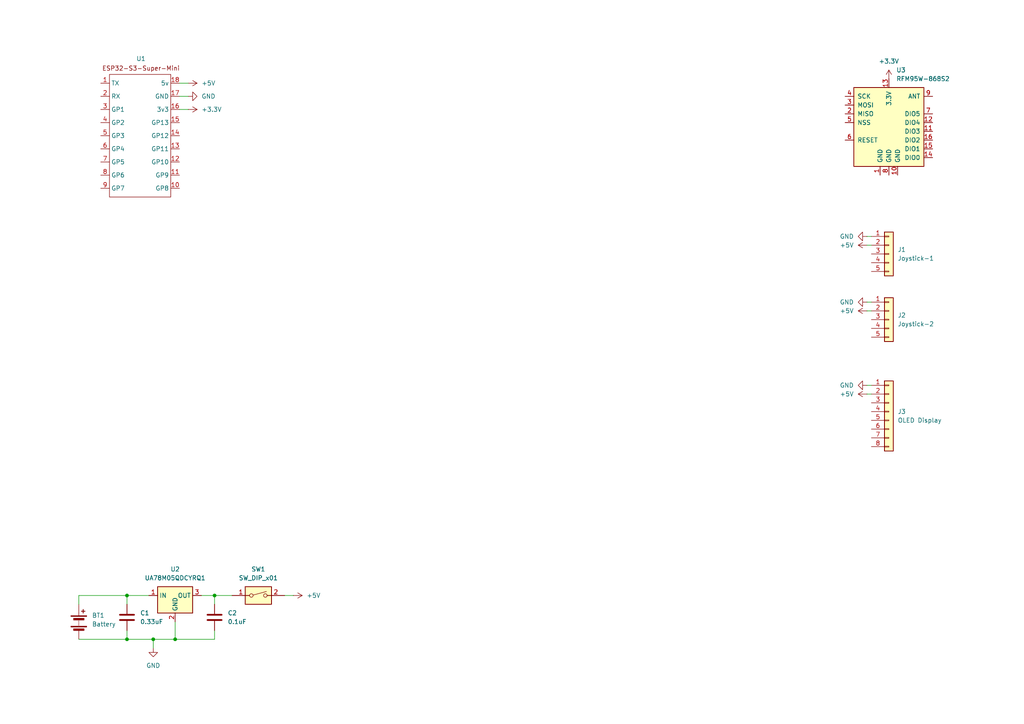
<source format=kicad_sch>
(kicad_sch (version 20250114) (generator "eeschema") (generator_version "9.0")
  (paper "A4")
  (lib_symbols
    (symbol "Connector_Generic:Conn_01x05" (pin_names (offset 1.016) (hide yes))
      (property "Reference" "J" (at 0 7.62 0))
      (property "Value" "Conn_01x05" (at 0 -7.62 0))
      (symbol "Conn_01x05_1_1"
        (rectangle (start -1.27 6.35) (end 1.27 -6.35) (stroke (width 0.254)) (fill (type background)))
        (rectangle (start -1.27 5.207) (end 0 4.953) (stroke (width 0.1524)))
        (rectangle (start -1.27 2.667) (end 0 2.413) (stroke (width 0.1524)))
        (rectangle (start -1.27 0.127) (end 0 -0.127) (stroke (width 0.1524)))
        (rectangle (start -1.27 -2.413) (end 0 -2.667) (stroke (width 0.1524)))
        (rectangle (start -1.27 -4.953) (end 0 -5.207) (stroke (width 0.1524)))
        (pin passive line (at -5.08 5.08 0) (length 3.81) (name "Pin_1") (number "1"))
        (pin passive line (at -5.08 2.54 0) (length 3.81) (name "Pin_2") (number "2"))
        (pin passive line (at -5.08 0 0) (length 3.81) (name "Pin_3") (number "3"))
        (pin passive line (at -5.08 -2.54 0) (length 3.81) (name "Pin_4") (number "4"))
        (pin passive line (at -5.08 -5.08 0) (length 3.81) (name "Pin_5") (number "5"))
      )
    )
    (symbol "Connector_Generic:Conn_01x08" (pin_names (offset 1.016) (hide yes))
      (property "Reference" "J" (at 0 10.16 0))
      (property "Value" "Conn_01x08" (at 0 -12.7 0))
      (symbol "Conn_01x08_1_1"
        (rectangle (start -1.27 8.89) (end 1.27 -11.43) (stroke (width 0.254)) (fill (type background)))
        (rectangle (start -1.27 7.747) (end 0 7.493) (stroke (width 0.1524)))
        (rectangle (start -1.27 5.207) (end 0 4.953) (stroke (width 0.1524)))
        (rectangle (start -1.27 2.667) (end 0 2.413) (stroke (width 0.1524)))
        (rectangle (start -1.27 0.127) (end 0 -0.127) (stroke (width 0.1524)))
        (rectangle (start -1.27 -2.413) (end 0 -2.667) (stroke (width 0.1524)))
        (rectangle (start -1.27 -4.953) (end 0 -5.207) (stroke (width 0.1524)))
        (rectangle (start -1.27 -7.493) (end 0 -7.747) (stroke (width 0.1524)))
        (rectangle (start -1.27 -10.033) (end 0 -10.287) (stroke (width 0.1524)))
        (pin passive line (at -5.08 7.62 0) (length 3.81) (name "Pin_1") (number "1"))
        (pin passive line (at -5.08 5.08 0) (length 3.81) (name "Pin_2") (number "2"))
        (pin passive line (at -5.08 2.54 0) (length 3.81) (name "Pin_3") (number "3"))
        (pin passive line (at -5.08 0 0) (length 3.81) (name "Pin_4") (number "4"))
        (pin passive line (at -5.08 -2.54 0) (length 3.81) (name "Pin_5") (number "5"))
        (pin passive line (at -5.08 -5.08 0) (length 3.81) (name "Pin_6") (number "6"))
        (pin passive line (at -5.08 -7.62 0) (length 3.81) (name "Pin_7") (number "7"))
        (pin passive line (at -5.08 -10.16 0) (length 3.81) (name "Pin_8") (number "8"))
      )
    )
    (symbol "Device:Battery" (pin_numbers (hide yes)) (pin_names (offset 0) (hide yes))
      (property "Reference" "BT" (at 2.54 2.54 0))
      (property "Value" "Battery" (at 2.54 0 0))
      (symbol "Battery_0_1"
        (rectangle (start -2.286 1.778) (end 2.286 1.524) (fill (type outline)))
        (rectangle (start -2.286 -1.27) (end 2.286 -1.524) (fill (type outline)))
        (rectangle (start -1.524 1.016) (end 1.524 0.508) (fill (type outline)))
        (rectangle (start -1.524 -2.032) (end 1.524 -2.54) (fill (type outline)))
        (polyline (pts (xy 0 1.778) (xy 0 2.54)))
        (polyline (pts (xy 0 0) (xy 0 0.254)))
        (polyline (pts (xy 0 -0.508) (xy 0 -0.254)))
        (polyline (pts (xy 0 -1.016) (xy 0 -0.762)))
        (polyline (pts (xy 0.762 3.048) (xy 1.778 3.048)) (stroke (width 0.254)))
        (polyline (pts (xy 1.27 3.556) (xy 1.27 2.54)) (stroke (width 0.254)))
      )
      (symbol "Battery_1_1"
        (pin passive line (at 0 5.08 270) (length 2.54) (name "+") (number "1"))
        (pin passive line (at 0 -5.08 90) (length 2.54) (name "-") (number "2"))
      )
    )
    (symbol "Device:C" (pin_numbers (hide yes)) (pin_names (offset 0.254))
      (property "Reference" "C" (at 0.635 2.54 0))
      (property "Value" "C" (at 0.635 -2.54 0))
      (symbol "C_0_1"
        (polyline (pts (xy -2.032 0.762) (xy 2.032 0.762)) (stroke (width 0.508)))
        (polyline (pts (xy -2.032 -0.762) (xy 2.032 -0.762)) (stroke (width 0.508)))
      )
      (symbol "C_1_1"
        (pin passive line (at 0 3.81 270) (length 2.794) (name "~") (number "1"))
        (pin passive line (at 0 -3.81 90) (length 2.794) (name "~") (number "2"))
      )
    )
    (symbol "RF_Module:RFM95W-868S2" (pin_names (offset 1.016))
      (property "Reference" "U" (at -10.414 11.684 0))
      (property "Value" "RFM95W-868S2" (at 1.524 11.43 0))
      (symbol "RFM95W-868S2_0_1"
        (rectangle (start -10.16 10.16) (end 10.16 -12.7) (stroke (width 0.254)) (fill (type background)))
      )
      (symbol "RFM95W-868S2_1_1"
        (pin input line (at -12.7 7.62 0) (length 2.54) (name "SCK") (number "4"))
        (pin input line (at -12.7 5.08 0) (length 2.54) (name "MOSI") (number "3"))
        (pin output line (at -12.7 2.54 0) (length 2.54) (name "MISO") (number "2"))
        (pin input line (at -12.7 0 0) (length 2.54) (name "NSS") (number "5"))
        (pin bidirectional line (at -12.7 -5.08 0) (length 2.54) (name "RESET") (number "6"))
        (pin power_in line (at -2.54 -15.24 90) (length 2.54) (name "GND") (number "1"))
        (pin power_in line (at 0 12.7 270) (length 2.54) (name "3.3V") (number "13"))
        (pin power_in line (at 0 -15.24 90) (length 2.54) (name "GND") (number "8"))
        (pin power_in line (at 2.54 -15.24 90) (length 2.54) (name "GND") (number "10"))
        (pin bidirectional line (at 12.7 7.62 180) (length 2.54) (name "ANT") (number "9"))
        (pin bidirectional line (at 12.7 2.54 180) (length 2.54) (name "DIO5") (number "7"))
        (pin bidirectional line (at 12.7 0 180) (length 2.54) (name "DIO4") (number "12"))
        (pin bidirectional line (at 12.7 -2.54 180) (length 2.54) (name "DIO3") (number "11"))
        (pin bidirectional line (at 12.7 -5.08 180) (length 2.54) (name "DIO2") (number "16"))
        (pin bidirectional line (at 12.7 -7.62 180) (length 2.54) (name "DIO1") (number "15"))
        (pin bidirectional line (at 12.7 -10.16 180) (length 2.54) (name "DIO0") (number "14"))
      )
    )
    (symbol "Regulator_Linear:UA78M05QDCYRQ1"
      (property "Reference" "U" (at -3.81 3.81 0))
      (property "Value" "UA78M05QDCYRQ1" (at 0 3.81 0))
      (symbol "UA78M05QDCYRQ1_0_1"
        (rectangle (start -5.08 2.54) (end 5.08 -5.08) (stroke (width 0.254)) (fill (type background)))
      )
      (symbol "UA78M05QDCYRQ1_1_1"
        (pin power_in line (at -7.62 0 0) (length 2.54) (name "IN") (number "1"))
        (pin power_in line (at 0 -7.62 90) (length 2.54) (name "GND") (number "2"))
        (pin power_out line (at 7.62 0 180) (length 2.54) (name "OUT") (number "3"))
      )
    )
    (symbol "Switch:SW_DIP_x01" (pin_names (offset 0) (hide yes))
      (property "Reference" "SW" (at 0 3.81 0))
      (property "Value" "SW_DIP_x01" (at 0 -3.81 0))
      (symbol "SW_DIP_x01_0_0"
        (circle (center -2.032 0) (radius 0.508))
        (polyline (pts (xy -1.524 0.127) (xy 2.3622 1.1684)))
        (circle (center 2.032 0) (radius 0.508))
      )
      (symbol "SW_DIP_x01_0_1"
        (rectangle (start -3.81 2.54) (end 3.81 -2.54) (stroke (width 0.254)) (fill (type background)))
      )
      (symbol "SW_DIP_x01_1_1"
        (pin passive line (at -7.62 0 0) (length 5.08) (name "~") (number "1"))
        (pin passive line (at 7.62 0 180) (length 5.08) (name "~") (number "2"))
      )
    )
    (symbol "controller-library:ESP32-S3-Super-Mini"
      (property "Reference" "U" (at 0 0 0))
      (symbol "ESP32-S3-Super-Mini_0_1"
        (rectangle (start -8.89 -3.81) (end 8.89 -39.37))
      )
      (symbol "ESP32-S3-Super-Mini_1_1"
        (text "ESP32-S3-Super-Mini\n" (at 0.254 -2.032 0) (effects (font (size 1.27 1.27))))
        (pin output line (at -11.43 -6.35 0) (length 2.54) (name "TX") (number "1"))
        (pin input line (at -11.43 -10.16 0) (length 2.54) (name "RX") (number "2"))
        (pin bidirectional line (at -11.43 -13.97 0) (length 2.54) (name "GP1") (number "3"))
        (pin bidirectional line (at -11.43 -17.78 0) (length 2.54) (name "GP2") (number "4"))
        (pin bidirectional line (at -11.43 -21.59 0) (length 2.54) (name "GP3") (number "5"))
        (pin bidirectional line (at -11.43 -25.4 0) (length 2.54) (name "GP4") (number "6"))
        (pin bidirectional line (at -11.43 -29.21 0) (length 2.54) (name "GP5") (number "7"))
        (pin bidirectional line (at -11.43 -33.02 0) (length 2.54) (name "GP6") (number "8"))
        (pin bidirectional line (at -11.43 -36.83 0) (length 2.54) (name "GP7") (number "9"))
        (pin input line (at 11.43 -6.35 180) (length 2.54) (name "5v") (number "18"))
        (pin bidirectional line (at 11.43 -10.16 180) (length 2.54) (name "GND") (number "17"))
        (pin output line (at 11.43 -13.97 180) (length 2.54) (name "3v3") (number "16"))
        (pin bidirectional line (at 11.43 -17.78 180) (length 2.54) (name "GP13") (number "15"))
        (pin bidirectional line (at 11.43 -21.59 180) (length 2.54) (name "GP12") (number "14"))
        (pin bidirectional line (at 11.43 -25.4 180) (length 2.54) (name "GP11") (number "13"))
        (pin bidirectional line (at 11.43 -29.21 180) (length 2.54) (name "GP10") (number "12"))
        (pin bidirectional line (at 11.43 -33.02 180) (length 2.54) (name "GP9") (number "11"))
        (pin bidirectional line (at 11.43 -36.83 180) (length 2.54) (name "GP8") (number "10"))
      )
    )
    (symbol "power:+3.3V" (power) (pin_numbers (hide yes)) (pin_names (offset 0) (hide yes))
      (property "Value" "+3.3V" (at 0 3.556 0))
      (symbol "+3.3V_0_1"
        (polyline (pts (xy -0.762 1.27) (xy 0 2.54)))
        (polyline (pts (xy 0 2.54) (xy 0.762 1.27)))
        (polyline (pts (xy 0 0) (xy 0 2.54)))
      )
      (symbol "+3.3V_1_1"
        (pin power_in line (at 0 0 90) (length 0) (name "~") (number "1"))
      )
    )
    (symbol "power:+5V" (power) (pin_numbers (hide yes)) (pin_names (offset 0) (hide yes))
      (property "Value" "+5V" (at 0 3.556 0))
      (symbol "+5V_0_1"
        (polyline (pts (xy -0.762 1.27) (xy 0 2.54)))
        (polyline (pts (xy 0 2.54) (xy 0.762 1.27)))
        (polyline (pts (xy 0 0) (xy 0 2.54)))
      )
      (symbol "+5V_1_1"
        (pin power_in line (at 0 0 90) (length 0) (name "~") (number "1"))
      )
    )
    (symbol "power:GND" (power) (pin_numbers (hide yes)) (pin_names (offset 0) (hide yes))
      (property "Value" "GND" (at 0 -3.81 0))
      (symbol "GND_0_1"
        (polyline (pts (xy 0 0) (xy 0 -1.27) (xy 1.27 -1.27) (xy 0 -2.54) (xy -1.27 -1.27) (xy 0 -1.27)))
      )
      (symbol "GND_1_1"
        (pin power_in line (at 0 0 270) (length 0) (name "~") (number "1"))
      )
    )
  )
  (junction (at 36.83 185.42))
  (junction (at 62.23 172.72))
  (junction (at 44.45 185.42))
  (junction (at 36.83 172.72))
  (junction (at 50.8 185.42))
  (wire (pts (xy 36.83 185.42) (xy 44.45 185.42)))
  (wire (pts (xy 251.46 114.3) (xy 252.73 114.3)))
  (wire (pts (xy 85.09 172.72) (xy 82.55 172.72)))
  (wire (pts (xy 251.46 87.63) (xy 252.73 87.63)))
  (wire (pts (xy 22.86 172.72) (xy 36.83 172.72)))
  (wire (pts (xy 22.86 185.42) (xy 36.83 185.42)))
  (wire (pts (xy 251.46 68.58) (xy 252.73 68.58)))
  (wire (pts (xy 36.83 172.72) (xy 36.83 175.26)))
  (wire (pts (xy 44.45 187.96) (xy 44.45 185.42)))
  (wire (pts (xy 36.83 182.88) (xy 36.83 185.42)))
  (wire (pts (xy 62.23 185.42) (xy 62.23 182.88)))
  (wire (pts (xy 50.8 180.34) (xy 50.8 185.42)))
  (wire (pts (xy 36.83 172.72) (xy 43.18 172.72)))
  (wire (pts (xy 62.23 172.72) (xy 67.31 172.72)))
  (wire (pts (xy 52.07 24.13) (xy 54.61 24.13)))
  (wire (pts (xy 251.46 90.17) (xy 252.73 90.17)))
  (wire (pts (xy 52.07 27.94) (xy 54.61 27.94)))
  (wire (pts (xy 251.46 71.12) (xy 252.73 71.12)))
  (wire (pts (xy 58.42 172.72) (xy 62.23 172.72)))
  (wire (pts (xy 251.46 111.76) (xy 252.73 111.76)))
  (wire (pts (xy 44.45 185.42) (xy 50.8 185.42)))
  (wire (pts (xy 22.86 175.26) (xy 22.86 172.72)))
  (wire (pts (xy 52.07 31.75) (xy 54.61 31.75)))
  (wire (pts (xy 50.8 185.42) (xy 62.23 185.42)))
  (wire (pts (xy 62.23 172.72) (xy 62.23 175.26)))
  (symbol (lib_id "power:GND") (at 251.46 68.58 270) (unit 1)
    (property "Reference" "#PWR09" (effects (hide yes)))
    (property "Value" "GND" (at 247.65 68.5799 90) (effects (justify right)))
    (property "Description" "Power symbol creates a global label with name \"GND\" , ground" (effects (hide yes)))
  )
  (symbol (lib_id "controller-library:ESP32-S3-Super-Mini") (at 40.64 17.78 0) (unit 1)
    (property "Reference" "U1" (at 40.894 17.018 0))
  )
  (symbol (lib_id "power:GND") (at 251.46 111.76 270) (unit 1)
    (property "Reference" "#PWR011" (effects (hide yes)))
    (property "Value" "GND" (at 247.65 111.7599 90) (effects (justify right)))
    (property "Description" "Power symbol creates a global label with name \"GND\" , ground" (effects (hide yes)))
  )
  (symbol (lib_id "Connector_Generic:Conn_01x08") (at 257.81 119.38 0) (unit 1)
    (property "Reference" "J3" (at 260.35 119.3799 0) (effects (justify left)))
    (property "Value" "OLED Display" (at 260.35 121.9199 0) (effects (justify left)))
    (property "Description" "Generic connector, single row, 01x08, script generated (kicad-library-utils/schlib/autogen/connector/)" (effects (hide yes)))
  )
  (symbol (lib_id "Device:Battery") (at 22.86 180.34 0) (unit 1)
    (property "Reference" "BT1" (at 26.67 178.4984 0) (effects (justify left)))
    (property "Value" "Battery" (at 26.67 181.0384 0) (effects (justify left)))
    (property "Description" "Multiple-cell battery" (effects (hide yes)))
    (property "Sim.Device" "V" (effects (hide yes)))
    (property "Sim.Type" "DC" (effects (hide yes)))
    (property "Sim.Pins" "1=+ 2=-" (effects (hide yes)))
  )
  (symbol (lib_id "power:+5V") (at 251.46 114.3 90) (unit 1)
    (property "Reference" "#PWR012" (effects (hide yes)))
    (property "Value" "+5V" (at 247.65 114.2999 90) (effects (justify left)))
    (property "Description" "Power symbol creates a global label with name \"+5V\"" (effects (hide yes)))
  )
  (symbol (lib_id "power:GND") (at 44.45 187.96 0) (unit 1)
    (property "Reference" "#PWR01" (effects (hide yes)))
    (property "Value" "GND" (at 44.45 193.04 0))
    (property "Description" "Power symbol creates a global label with name \"GND\" , ground" (effects (hide yes)))
  )
  (symbol (lib_id "Regulator_Linear:UA78M05QDCYRQ1") (at 50.8 172.72 0) (unit 1)
    (property "Reference" "U2" (at 50.8 165.1 0))
    (property "Value" "UA78M05QDCYRQ1" (at 50.8 167.64 0))
    (property "Footprint" "Package_TO_SOT_SMD:SOT-223-3_TabPin2" (effects (hide yes)))
    (property "Datasheet" "https://www.ti.com/lit/gpn/UA78M-Q1" (effects (hide yes)))
    (property "Description" "Positive 500mA 25V Linear Regulator, Fixed Output 5V, SOT-223" (effects (hide yes)))
  )
  (symbol (lib_id "Device:C") (at 36.83 179.07 0) (unit 1)
    (property "Reference" "C1" (at 40.64 177.7999 0) (effects (justify left)))
    (property "Value" "0.33uF" (at 40.64 180.3399 0) (effects (justify left)))
    (property "Description" "Unpolarized capacitor" (effects (hide yes)))
  )
  (symbol (lib_id "Switch:SW_DIP_x01") (at 74.93 172.72 0) (unit 1)
    (property "Reference" "SW1" (at 74.93 165.1 0))
    (property "Value" "SW_DIP_x01" (at 74.93 167.64 0))
    (property "Description" "1x DIP Switch, Single Pole Single Throw (SPST) switch, small symbol" (effects (hide yes)))
  )
  (symbol (lib_id "power:GND") (at 54.61 27.94 90) (unit 1)
    (property "Reference" "#PWR04" (effects (hide yes)))
    (property "Value" "GND" (at 58.42 27.9399 90) (effects (justify right)))
    (property "Description" "Power symbol creates a global label with name \"GND\" , ground" (effects (hide yes)))
  )
  (symbol (lib_id "power:+5V") (at 251.46 71.12 90) (unit 1)
    (property "Reference" "#PWR07" (effects (hide yes)))
    (property "Value" "+5V" (at 247.65 71.1199 90) (effects (justify left)))
    (property "Description" "Power symbol creates a global label with name \"+5V\"" (effects (hide yes)))
  )
  (symbol (lib_id "Connector_Generic:Conn_01x05") (at 257.81 92.71 0) (unit 1)
    (property "Reference" "J2" (at 260.35 91.4399 0) (effects (justify left)))
    (property "Value" "Joystick-2" (at 260.35 93.9799 0) (effects (justify left)))
    (property "Description" "Generic connector, single row, 01x05, script generated (kicad-library-utils/schlib/autogen/connector/)" (effects (hide yes)))
  )
  (symbol (lib_id "power:+3.3V") (at 54.61 31.75 270) (unit 1)
    (property "Reference" "#PWR05" (effects (hide yes)))
    (property "Value" "+3.3V" (at 58.42 31.7499 90) (effects (justify left)))
    (property "Description" "Power symbol creates a global label with name \"+3.3V\"" (effects (hide yes)))
  )
  (symbol (lib_id "power:+3.3V") (at 257.81 22.86 0) (unit 1)
    (property "Reference" "#PWR06" (effects (hide yes)))
    (property "Value" "+3.3V" (at 257.81 17.78 0))
    (property "Description" "Power symbol creates a global label with name \"+3.3V\"" (effects (hide yes)))
  )
  (symbol (lib_id "Connector_Generic:Conn_01x05") (at 257.81 73.66 0) (unit 1)
    (property "Reference" "J1" (at 260.35 72.3899 0) (effects (justify left)))
    (property "Value" "Joystick-1" (at 260.35 74.9299 0) (effects (justify left)))
    (property "Description" "Generic connector, single row, 01x05, script generated (kicad-library-utils/schlib/autogen/connector/)" (effects (hide yes)))
  )
  (symbol (lib_id "power:GND") (at 251.46 87.63 270) (unit 1)
    (property "Reference" "#PWR010" (effects (hide yes)))
    (property "Value" "GND" (at 247.65 87.6299 90) (effects (justify right)))
    (property "Description" "Power symbol creates a global label with name \"GND\" , ground" (effects (hide yes)))
  )
  (symbol (lib_id "power:+5V") (at 54.61 24.13 270) (unit 1)
    (property "Reference" "#PWR03" (effects (hide yes)))
    (property "Value" "+5V" (at 58.42 24.1299 90) (effects (justify left)))
    (property "Description" "Power symbol creates a global label with name \"+5V\"" (effects (hide yes)))
  )
  (symbol (lib_id "power:+5V") (at 251.46 90.17 90) (unit 1)
    (property "Reference" "#PWR08" (effects (hide yes)))
    (property "Value" "+5V" (at 247.65 90.1699 90) (effects (justify left)))
    (property "Description" "Power symbol creates a global label with name \"+5V\"" (effects (hide yes)))
  )
  (symbol (lib_id "RF_Module:RFM95W-868S2") (at 257.81 35.56 0) (unit 1)
    (property "Reference" "U3" (at 259.9533 20.32 0) (effects (justify left)))
    (property "Value" "RFM95W-868S2" (at 259.9533 22.86 0) (effects (justify left)))
    (property "Footprint" "RF_Module:HOPERF_RFM9XW_THT" (effects (hide yes)))
    (property "Datasheet" "https://www.hoperf.com/data/upload/portal/20181127/5bfcbea20e9ef.pdf" (effects (hide yes)))
    (property "Description" "Low power long range transceiver module, SPI and parallel interface, 868 MHz, spreading factor 6 to12, bandwidth 7.8 to 500kHz, -111 to -148 dBm, SMD-16, DIP-16" (effects (hide yes)))
  )
  (symbol (lib_id "power:+5V") (at 85.09 172.72 270) (unit 1)
    (property "Reference" "#PWR02" (effects (hide yes)))
    (property "Value" "+5V" (at 88.9 172.7199 90) (effects (justify left)))
    (property "Description" "Power symbol creates a global label with name \"+5V\"" (effects (hide yes)))
  )
  (symbol (lib_id "Device:C") (at 62.23 179.07 0) (unit 1)
    (property "Reference" "C2" (at 66.04 177.7999 0) (effects (justify left)))
    (property "Value" "0.1uF" (at 66.04 180.3399 0) (effects (justify left)))
    (property "Description" "Unpolarized capacitor" (effects (hide yes)))
  )
)
</source>
